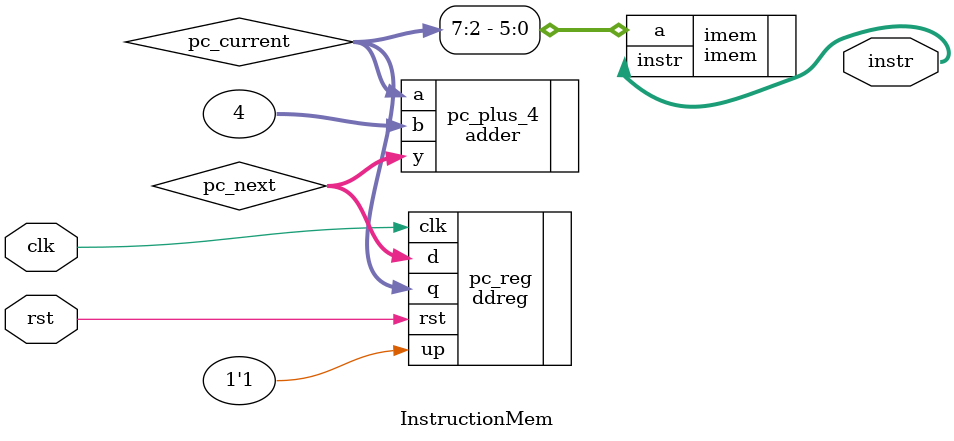
<source format=v>
`timescale 1ns / 1ps


module InstructionMem(
    //input next, //need no more
    input clk,
    input rst,
    output wire [3:0]     instr
    );
    
    wire [31:0]     pc_current;
    wire [31:0]     pc_next;
    
     ddreg pc_reg (
            .clk            (clk),   //press button
            .rst            (rst),
            .up             (1'b1), //always increment on every clock
            .d              (pc_next),
            .q              (pc_current)
     );

    adder #(32) pc_plus_4 (
            .a              (pc_current),
            .b              (32'd4),
            .y              (pc_next)
     );
    
    imem imem(.a(pc_current[7:2]),  //fetch data from two different memfiles
              .instr(   instr)
     ); 
     
endmodule

</source>
